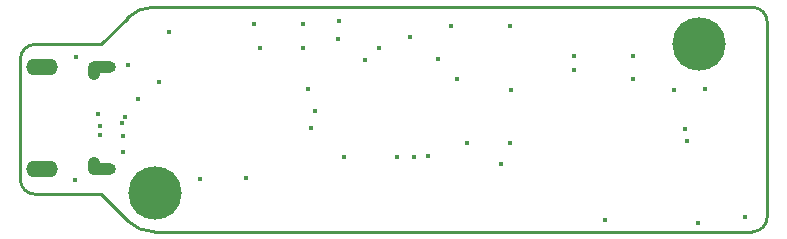
<source format=gbs>
G04*
G04 #@! TF.GenerationSoftware,Altium Limited,Altium Designer,22.6.1 (34)*
G04*
G04 Layer_Color=16711935*
%FSLAX44Y44*%
%MOMM*%
G71*
G04*
G04 #@! TF.SameCoordinates,26C179CA-CC13-4C43-A1D0-6E6A4FA8EE50*
G04*
G04*
G04 #@! TF.FilePolarity,Negative*
G04*
G01*
G75*
%ADD15C,0.2540*%
%ADD50C,0.0762*%
%ADD51O,2.6762X1.3762*%
%ADD52O,2.3622X0.9652*%
%ADD53O,1.0668X1.5494*%
%ADD54C,4.5212*%
%ADD55C,0.4262*%
%ADD56C,0.3762*%
D15*
X627380Y145724D02*
G03*
X614680Y158424I-12700J0D01*
G01*
Y-31780D02*
G03*
X627380Y-19080I0J12700D01*
G01*
X86299Y-22800D02*
G03*
X107979Y-31780I21680J21680D01*
G01*
X107624Y158424D02*
G03*
X85943Y149443I0J-30661D01*
G01*
X63500Y-1D02*
G03*
X63500Y-0I0J0D01*
G01*
X63500Y-1D02*
G03*
X63500Y-0I0J0D01*
G01*
X-5080Y12700D02*
G03*
X7620Y0I12700J0D01*
G01*
Y127000D02*
G03*
X-5080Y114300I0J-12700D01*
G01*
X63500Y127000D02*
G03*
X63500Y127000I0J0D01*
G01*
X203110Y-31780D02*
X590505D01*
X193350Y158424D02*
X614680D01*
X590505Y-31780D02*
X614680D01*
X627380Y-19080D02*
Y145724D01*
X107979Y-31780D02*
X203110D01*
X63500Y-0D02*
X86299Y-22800D01*
X107624Y158424D02*
X193350D01*
X63500Y127000D02*
X85943Y149443D01*
X7620Y0D02*
X63500D01*
X-5080Y12700D02*
Y114300D01*
X7620Y127000D02*
X63500D01*
D50*
X44532Y28342D02*
D03*
D51*
X13382Y107542D02*
D03*
Y21142D02*
D03*
D52*
X63882D02*
D03*
Y107542D02*
D03*
D53*
X57405Y24190D02*
D03*
Y104494D02*
D03*
D54*
X108733Y1062D02*
D03*
X569506Y126827D02*
D03*
D55*
X608329Y-19080D02*
D03*
X569080Y-24300D02*
D03*
X574555Y89254D02*
D03*
X409836Y43192D02*
D03*
X410384Y88458D02*
D03*
X409471Y142122D02*
D03*
X186173Y13531D02*
D03*
X62577Y57889D02*
D03*
X557410Y55633D02*
D03*
X61038Y68359D02*
D03*
X62567Y50346D02*
D03*
X83914Y65471D02*
D03*
X80750Y60509D02*
D03*
X193190Y143881D02*
D03*
X94233Y80592D02*
D03*
X197866Y123499D02*
D03*
X41283Y12092D02*
D03*
X81708Y35592D02*
D03*
X42524Y116262D02*
D03*
X559207Y45082D02*
D03*
X147378Y13047D02*
D03*
X548193Y88609D02*
D03*
X373291Y43282D02*
D03*
X514005Y97653D02*
D03*
X463399Y116777D02*
D03*
X490085Y-21553D02*
D03*
X463581Y105634D02*
D03*
X514005Y116886D02*
D03*
X401690Y25564D02*
D03*
X314247Y31905D02*
D03*
X328098Y31851D02*
D03*
X340500Y32498D02*
D03*
X348368Y114493D02*
D03*
X286512Y114032D02*
D03*
X120733Y137281D02*
D03*
X359918Y142604D02*
D03*
X240713Y56197D02*
D03*
X364938Y97203D02*
D03*
X268885Y31851D02*
D03*
X324649Y133168D02*
D03*
X264396Y147078D02*
D03*
X263863Y131367D02*
D03*
X238912Y88732D02*
D03*
X299063Y123750D02*
D03*
X85943Y109316D02*
D03*
X112285Y95012D02*
D03*
X82296Y49018D02*
D03*
D56*
X244391Y70454D02*
D03*
X234457Y123914D02*
D03*
X234570Y144526D02*
D03*
M02*

</source>
